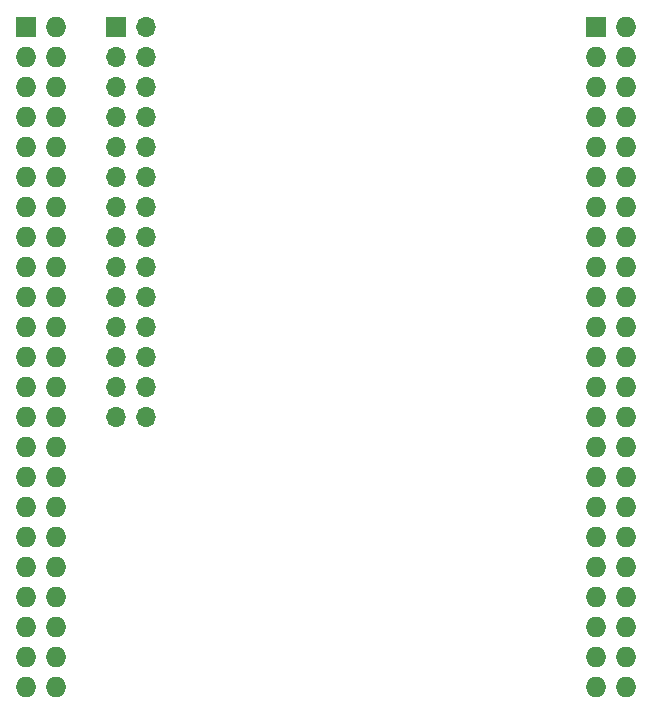
<source format=gbr>
%TF.GenerationSoftware,KiCad,Pcbnew,5.1.9-73d0e3b20d~88~ubuntu18.04.1*%
%TF.CreationDate,2021-02-18T19:04:08+11:00*%
%TF.ProjectId,bbb,6262622e-6b69-4636-9164-5f7063625858,rev?*%
%TF.SameCoordinates,Original*%
%TF.FileFunction,Soldermask,Bot*%
%TF.FilePolarity,Negative*%
%FSLAX46Y46*%
G04 Gerber Fmt 4.6, Leading zero omitted, Abs format (unit mm)*
G04 Created by KiCad (PCBNEW 5.1.9-73d0e3b20d~88~ubuntu18.04.1) date 2021-02-18 19:04:08*
%MOMM*%
%LPD*%
G01*
G04 APERTURE LIST*
%ADD10R,1.727200X1.727200*%
%ADD11O,1.727200X1.727200*%
%ADD12R,1.700000X1.700000*%
%ADD13O,1.700000X1.700000*%
G04 APERTURE END LIST*
D10*
%TO.C,P1*%
X164630100Y-62382400D03*
D11*
X167170100Y-62382400D03*
X164630100Y-64922400D03*
X167170100Y-64922400D03*
X164630100Y-67462400D03*
X167170100Y-67462400D03*
X164630100Y-70002400D03*
X167170100Y-70002400D03*
X164630100Y-72542400D03*
X167170100Y-72542400D03*
X164630100Y-75082400D03*
X167170100Y-75082400D03*
X164630100Y-77622400D03*
X167170100Y-77622400D03*
X164630100Y-80162400D03*
X167170100Y-80162400D03*
X164630100Y-82702400D03*
X167170100Y-82702400D03*
X164630100Y-85242400D03*
X167170100Y-85242400D03*
X164630100Y-87782400D03*
X167170100Y-87782400D03*
X164630100Y-90322400D03*
X167170100Y-90322400D03*
X164630100Y-92862400D03*
X167170100Y-92862400D03*
X164630100Y-95402400D03*
X167170100Y-95402400D03*
X164630100Y-97942400D03*
X167170100Y-97942400D03*
X164630100Y-100482400D03*
X167170100Y-100482400D03*
X164630100Y-103022400D03*
X167170100Y-103022400D03*
X164630100Y-105562400D03*
X167170100Y-105562400D03*
X164630100Y-108102400D03*
X167170100Y-108102400D03*
X164630100Y-110642400D03*
X167170100Y-110642400D03*
X164630100Y-113182400D03*
X167170100Y-113182400D03*
X164630100Y-115722400D03*
X167170100Y-115722400D03*
X164630100Y-118262400D03*
X167170100Y-118262400D03*
%TD*%
D10*
%TO.C,P2*%
X116370100Y-62382400D03*
D11*
X118910100Y-62382400D03*
X116370100Y-64922400D03*
X118910100Y-64922400D03*
X116370100Y-67462400D03*
X118910100Y-67462400D03*
X116370100Y-70002400D03*
X118910100Y-70002400D03*
X116370100Y-72542400D03*
X118910100Y-72542400D03*
X116370100Y-75082400D03*
X118910100Y-75082400D03*
X116370100Y-77622400D03*
X118910100Y-77622400D03*
X116370100Y-80162400D03*
X118910100Y-80162400D03*
X116370100Y-82702400D03*
X118910100Y-82702400D03*
X116370100Y-85242400D03*
X118910100Y-85242400D03*
X116370100Y-87782400D03*
X118910100Y-87782400D03*
X116370100Y-90322400D03*
X118910100Y-90322400D03*
X116370100Y-92862400D03*
X118910100Y-92862400D03*
X116370100Y-95402400D03*
X118910100Y-95402400D03*
X116370100Y-97942400D03*
X118910100Y-97942400D03*
X116370100Y-100482400D03*
X118910100Y-100482400D03*
X116370100Y-103022400D03*
X118910100Y-103022400D03*
X116370100Y-105562400D03*
X118910100Y-105562400D03*
X116370100Y-108102400D03*
X118910100Y-108102400D03*
X116370100Y-110642400D03*
X118910100Y-110642400D03*
X116370100Y-113182400D03*
X118910100Y-113182400D03*
X116370100Y-115722400D03*
X118910100Y-115722400D03*
X116370100Y-118262400D03*
X118910100Y-118262400D03*
%TD*%
D12*
%TO.C,J1*%
X123990100Y-62382400D03*
D13*
X126530100Y-62382400D03*
X123990100Y-64922400D03*
X126530100Y-64922400D03*
X123990100Y-67462400D03*
X126530100Y-67462400D03*
X123990100Y-70002400D03*
X126530100Y-70002400D03*
X123990100Y-72542400D03*
X126530100Y-72542400D03*
X123990100Y-75082400D03*
X126530100Y-75082400D03*
X123990100Y-77622400D03*
X126530100Y-77622400D03*
X123990100Y-80162400D03*
X126530100Y-80162400D03*
X123990100Y-82702400D03*
X126530100Y-82702400D03*
X123990100Y-85242400D03*
X126530100Y-85242400D03*
X123990100Y-87782400D03*
X126530100Y-87782400D03*
X123990100Y-90322400D03*
X126530100Y-90322400D03*
X123990100Y-92862400D03*
X126530100Y-92862400D03*
X123990100Y-95402400D03*
X126530100Y-95402400D03*
%TD*%
M02*

</source>
